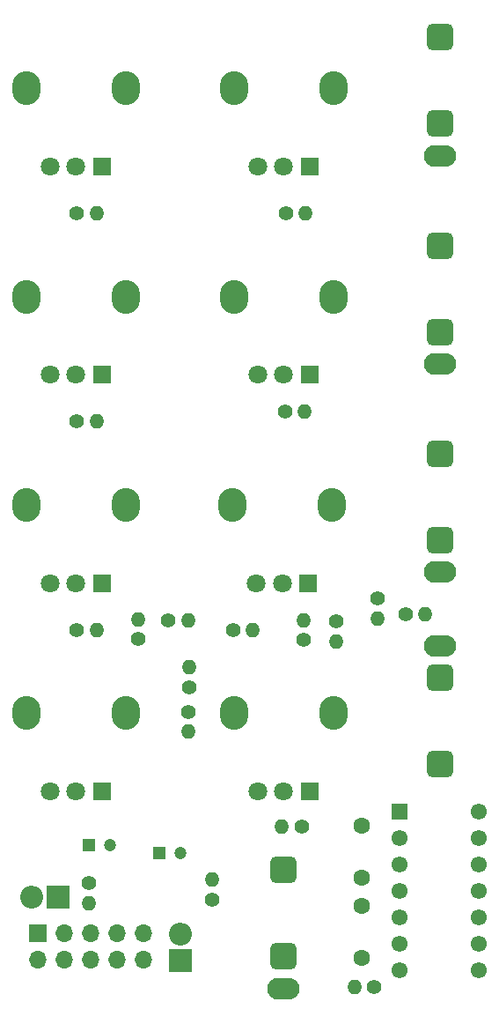
<source format=gbr>
%TF.GenerationSoftware,KiCad,Pcbnew,8.0.0*%
%TF.CreationDate,2024-04-08T18:26:30+02:00*%
%TF.ProjectId,4Channe_Mixer,34436861-6e6e-4655-9f4d-697865722e6b,rev?*%
%TF.SameCoordinates,Original*%
%TF.FileFunction,Soldermask,Top*%
%TF.FilePolarity,Negative*%
%FSLAX46Y46*%
G04 Gerber Fmt 4.6, Leading zero omitted, Abs format (unit mm)*
G04 Created by KiCad (PCBNEW 8.0.0) date 2024-04-08 18:26:30*
%MOMM*%
%LPD*%
G01*
G04 APERTURE LIST*
G04 Aperture macros list*
%AMRoundRect*
0 Rectangle with rounded corners*
0 $1 Rounding radius*
0 $2 $3 $4 $5 $6 $7 $8 $9 X,Y pos of 4 corners*
0 Add a 4 corners polygon primitive as box body*
4,1,4,$2,$3,$4,$5,$6,$7,$8,$9,$2,$3,0*
0 Add four circle primitives for the rounded corners*
1,1,$1+$1,$2,$3*
1,1,$1+$1,$4,$5*
1,1,$1+$1,$6,$7*
1,1,$1+$1,$8,$9*
0 Add four rect primitives between the rounded corners*
20,1,$1+$1,$2,$3,$4,$5,0*
20,1,$1+$1,$4,$5,$6,$7,0*
20,1,$1+$1,$6,$7,$8,$9,0*
20,1,$1+$1,$8,$9,$2,$3,0*%
G04 Aperture macros list end*
%ADD10RoundRect,0.102000X-0.675000X-0.675000X0.675000X-0.675000X0.675000X0.675000X-0.675000X0.675000X0*%
%ADD11C,1.554000*%
%ADD12O,2.720000X3.240000*%
%ADD13R,1.800000X1.800000*%
%ADD14C,1.800000*%
%ADD15C,1.400000*%
%ADD16O,1.400000X1.400000*%
%ADD17RoundRect,0.650000X0.650000X0.650000X-0.650000X0.650000X-0.650000X-0.650000X0.650000X-0.650000X0*%
%ADD18O,3.100000X2.100000*%
%ADD19RoundRect,0.650000X-0.650000X-0.650000X0.650000X-0.650000X0.650000X0.650000X-0.650000X0.650000X0*%
%ADD20R,1.700000X1.700000*%
%ADD21O,1.700000X1.700000*%
%ADD22R,2.200000X2.200000*%
%ADD23O,2.200000X2.200000*%
%ADD24R,1.200000X1.200000*%
%ADD25C,1.200000*%
%ADD26C,1.600000*%
G04 APERTURE END LIST*
D10*
%TO.C,U1*%
X101550000Y-115980000D03*
D11*
X101550000Y-118520000D03*
X101550000Y-121060000D03*
X101550000Y-123600000D03*
X101550000Y-126140000D03*
X101550000Y-128680000D03*
X101550000Y-131220000D03*
X109170000Y-131220000D03*
X109170000Y-128680000D03*
X109170000Y-126140000D03*
X109170000Y-123600000D03*
X109170000Y-121060000D03*
X109170000Y-118520000D03*
X109170000Y-115980000D03*
%TD*%
D12*
%TO.C,RV9*%
X95200000Y-106485000D03*
X85600000Y-106485000D03*
D13*
X92900000Y-113985000D03*
D14*
X90400000Y-113985000D03*
X87900000Y-113985000D03*
%TD*%
D12*
%TO.C,RV8*%
X95040000Y-86485000D03*
X85440000Y-86485000D03*
D13*
X92740000Y-93985000D03*
D14*
X90240000Y-93985000D03*
X87740000Y-93985000D03*
%TD*%
D12*
%TO.C,RV7*%
X95200000Y-66485000D03*
X85600000Y-66485000D03*
D13*
X92900000Y-73985000D03*
D14*
X90400000Y-73985000D03*
X87900000Y-73985000D03*
%TD*%
D12*
%TO.C,RV6*%
X95200000Y-46485000D03*
X85600000Y-46485000D03*
D13*
X92900000Y-53985000D03*
D14*
X90400000Y-53985000D03*
X87900000Y-53985000D03*
%TD*%
D12*
%TO.C,RV4*%
X75200000Y-106485000D03*
X65600000Y-106485000D03*
D13*
X72900000Y-113985000D03*
D14*
X70400000Y-113985000D03*
X67900000Y-113985000D03*
%TD*%
D12*
%TO.C,RV3*%
X75200000Y-86485000D03*
X65600000Y-86485000D03*
D13*
X72900000Y-93985000D03*
D14*
X70400000Y-93985000D03*
X67900000Y-93985000D03*
%TD*%
D12*
%TO.C,RV2*%
X75200000Y-66485000D03*
X65600000Y-66485000D03*
D13*
X72900000Y-73985000D03*
D14*
X70400000Y-73985000D03*
X67900000Y-73985000D03*
%TD*%
D12*
%TO.C,RV1*%
X75200000Y-46485000D03*
X65600000Y-46485000D03*
D13*
X72900000Y-53985000D03*
D14*
X70400000Y-53985000D03*
X67900000Y-53985000D03*
%TD*%
D15*
%TO.C,R38*%
X83500000Y-124405000D03*
D16*
X83500000Y-122505000D03*
%TD*%
D15*
%TO.C,R37*%
X71640000Y-122832000D03*
D16*
X71640000Y-124732000D03*
%TD*%
%TO.C,R18*%
X90205000Y-117385000D03*
D15*
X92105000Y-117385000D03*
%TD*%
%TO.C,R17*%
X99400000Y-95485000D03*
D16*
X99400000Y-97385000D03*
%TD*%
D15*
%TO.C,R15*%
X92300000Y-99485000D03*
D16*
X92300000Y-97585000D03*
%TD*%
D15*
%TO.C,R14*%
X85500000Y-98485000D03*
D16*
X87400000Y-98485000D03*
%TD*%
D15*
%TO.C,R13*%
X90500000Y-77485000D03*
D16*
X92400000Y-77485000D03*
%TD*%
D15*
%TO.C,R12*%
X90590000Y-58485000D03*
D16*
X92490000Y-58485000D03*
%TD*%
D15*
%TO.C,R11*%
X102095000Y-96985000D03*
D16*
X103995000Y-96985000D03*
%TD*%
D15*
%TO.C,R10*%
X95400000Y-97685000D03*
D16*
X95400000Y-99585000D03*
%TD*%
%TO.C,R9*%
X81300000Y-102090000D03*
D15*
X81300000Y-103990000D03*
%TD*%
D16*
%TO.C,R8*%
X97205000Y-132805000D03*
D15*
X99105000Y-132805000D03*
%TD*%
%TO.C,R6*%
X76400000Y-99385000D03*
D16*
X76400000Y-97485000D03*
%TD*%
D15*
%TO.C,R5*%
X70500000Y-98485000D03*
D16*
X72400000Y-98485000D03*
%TD*%
D15*
%TO.C,R4*%
X70500000Y-78485000D03*
D16*
X72400000Y-78485000D03*
%TD*%
D15*
%TO.C,R3*%
X70500000Y-58485000D03*
D16*
X72400000Y-58485000D03*
%TD*%
%TO.C,R2*%
X81200000Y-108280000D03*
D15*
X81200000Y-106380000D03*
%TD*%
%TO.C,R1*%
X79295000Y-97585000D03*
D16*
X81195000Y-97585000D03*
%TD*%
D17*
%TO.C,J6*%
X90400000Y-129865000D03*
D18*
X90400000Y-132965000D03*
D17*
X90400000Y-121565000D03*
%TD*%
D19*
%TO.C,J5*%
X105400000Y-103105000D03*
D18*
X105400000Y-100005000D03*
D19*
X105400000Y-111405000D03*
%TD*%
D17*
%TO.C,J4*%
X105400000Y-89865000D03*
D18*
X105400000Y-92965000D03*
D17*
X105400000Y-81565000D03*
%TD*%
%TO.C,J3*%
X105400000Y-69865000D03*
D18*
X105400000Y-72965000D03*
D17*
X105400000Y-61565000D03*
%TD*%
%TO.C,J2*%
X105400000Y-49865000D03*
D18*
X105400000Y-52965000D03*
D17*
X105400000Y-41565000D03*
%TD*%
D20*
%TO.C,J1*%
X66720000Y-127660000D03*
D21*
X66720000Y-130200000D03*
X69260000Y-127660000D03*
X69260000Y-130200000D03*
X71800000Y-127660000D03*
X71800000Y-130200000D03*
X74340000Y-127660000D03*
X74340000Y-130200000D03*
X76880000Y-127660000D03*
X76880000Y-130200000D03*
%TD*%
D22*
%TO.C,D2*%
X80436000Y-130273766D03*
D23*
X80436000Y-127733766D03*
%TD*%
D22*
%TO.C,D1*%
X68711766Y-124137000D03*
D23*
X66171766Y-124137000D03*
%TD*%
D24*
%TO.C,C6*%
X78440000Y-119936998D03*
D25*
X80440000Y-119936998D03*
%TD*%
D24*
%TO.C,C5*%
X71667401Y-119137000D03*
D25*
X73667401Y-119137000D03*
%TD*%
D26*
%TO.C,C2*%
X97900000Y-117300000D03*
X97900000Y-122300000D03*
%TD*%
%TO.C,C1*%
X97900000Y-130000000D03*
X97900000Y-125000000D03*
%TD*%
M02*

</source>
